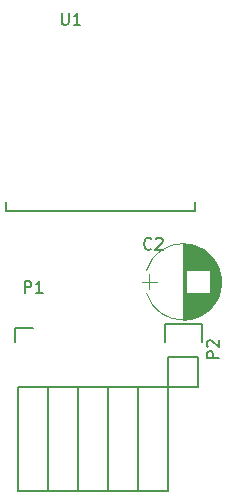
<source format=gbr>
G04 #@! TF.FileFunction,Legend,Top*
%FSLAX46Y46*%
G04 Gerber Fmt 4.6, Leading zero omitted, Abs format (unit mm)*
G04 Created by KiCad (PCBNEW 4.0.5) date 02/08/17 01:10:26*
%MOMM*%
%LPD*%
G01*
G04 APERTURE LIST*
%ADD10C,0.100000*%
%ADD11C,0.120000*%
%ADD12C,0.150000*%
%ADD13C,0.152400*%
G04 APERTURE END LIST*
D10*
D11*
X163088440Y-100620643D02*
G75*
G03X156911764Y-100620000I-3088440J-979357D01*
G01*
X163088440Y-102579357D02*
G75*
G02X156911764Y-102580000I-3088440J979357D01*
G01*
X163088440Y-102579357D02*
G75*
G03X163088236Y-100620000I-3088440J979357D01*
G01*
X160000000Y-98400000D02*
X160000000Y-104800000D01*
X160040000Y-98400000D02*
X160040000Y-104800000D01*
X160080000Y-98400000D02*
X160080000Y-104800000D01*
X160120000Y-98402000D02*
X160120000Y-104798000D01*
X160160000Y-98403000D02*
X160160000Y-104797000D01*
X160200000Y-98406000D02*
X160200000Y-104794000D01*
X160240000Y-98408000D02*
X160240000Y-104792000D01*
X160280000Y-98412000D02*
X160280000Y-100620000D01*
X160280000Y-102580000D02*
X160280000Y-104788000D01*
X160320000Y-98415000D02*
X160320000Y-100620000D01*
X160320000Y-102580000D02*
X160320000Y-104785000D01*
X160360000Y-98420000D02*
X160360000Y-100620000D01*
X160360000Y-102580000D02*
X160360000Y-104780000D01*
X160400000Y-98424000D02*
X160400000Y-100620000D01*
X160400000Y-102580000D02*
X160400000Y-104776000D01*
X160440000Y-98430000D02*
X160440000Y-100620000D01*
X160440000Y-102580000D02*
X160440000Y-104770000D01*
X160480000Y-98435000D02*
X160480000Y-100620000D01*
X160480000Y-102580000D02*
X160480000Y-104765000D01*
X160520000Y-98442000D02*
X160520000Y-100620000D01*
X160520000Y-102580000D02*
X160520000Y-104758000D01*
X160560000Y-98448000D02*
X160560000Y-100620000D01*
X160560000Y-102580000D02*
X160560000Y-104752000D01*
X160600000Y-98456000D02*
X160600000Y-100620000D01*
X160600000Y-102580000D02*
X160600000Y-104744000D01*
X160640000Y-98463000D02*
X160640000Y-100620000D01*
X160640000Y-102580000D02*
X160640000Y-104737000D01*
X160680000Y-98472000D02*
X160680000Y-100620000D01*
X160680000Y-102580000D02*
X160680000Y-104728000D01*
X160721000Y-98481000D02*
X160721000Y-100620000D01*
X160721000Y-102580000D02*
X160721000Y-104719000D01*
X160761000Y-98490000D02*
X160761000Y-100620000D01*
X160761000Y-102580000D02*
X160761000Y-104710000D01*
X160801000Y-98500000D02*
X160801000Y-100620000D01*
X160801000Y-102580000D02*
X160801000Y-104700000D01*
X160841000Y-98510000D02*
X160841000Y-100620000D01*
X160841000Y-102580000D02*
X160841000Y-104690000D01*
X160881000Y-98521000D02*
X160881000Y-100620000D01*
X160881000Y-102580000D02*
X160881000Y-104679000D01*
X160921000Y-98533000D02*
X160921000Y-100620000D01*
X160921000Y-102580000D02*
X160921000Y-104667000D01*
X160961000Y-98545000D02*
X160961000Y-100620000D01*
X160961000Y-102580000D02*
X160961000Y-104655000D01*
X161001000Y-98558000D02*
X161001000Y-100620000D01*
X161001000Y-102580000D02*
X161001000Y-104642000D01*
X161041000Y-98571000D02*
X161041000Y-100620000D01*
X161041000Y-102580000D02*
X161041000Y-104629000D01*
X161081000Y-98585000D02*
X161081000Y-100620000D01*
X161081000Y-102580000D02*
X161081000Y-104615000D01*
X161121000Y-98599000D02*
X161121000Y-100620000D01*
X161121000Y-102580000D02*
X161121000Y-104601000D01*
X161161000Y-98614000D02*
X161161000Y-100620000D01*
X161161000Y-102580000D02*
X161161000Y-104586000D01*
X161201000Y-98630000D02*
X161201000Y-100620000D01*
X161201000Y-102580000D02*
X161201000Y-104570000D01*
X161241000Y-98646000D02*
X161241000Y-100620000D01*
X161241000Y-102580000D02*
X161241000Y-104554000D01*
X161281000Y-98663000D02*
X161281000Y-100620000D01*
X161281000Y-102580000D02*
X161281000Y-104537000D01*
X161321000Y-98681000D02*
X161321000Y-100620000D01*
X161321000Y-102580000D02*
X161321000Y-104519000D01*
X161361000Y-98699000D02*
X161361000Y-100620000D01*
X161361000Y-102580000D02*
X161361000Y-104501000D01*
X161401000Y-98718000D02*
X161401000Y-100620000D01*
X161401000Y-102580000D02*
X161401000Y-104482000D01*
X161441000Y-98737000D02*
X161441000Y-100620000D01*
X161441000Y-102580000D02*
X161441000Y-104463000D01*
X161481000Y-98757000D02*
X161481000Y-100620000D01*
X161481000Y-102580000D02*
X161481000Y-104443000D01*
X161521000Y-98778000D02*
X161521000Y-100620000D01*
X161521000Y-102580000D02*
X161521000Y-104422000D01*
X161561000Y-98800000D02*
X161561000Y-100620000D01*
X161561000Y-102580000D02*
X161561000Y-104400000D01*
X161601000Y-98822000D02*
X161601000Y-100620000D01*
X161601000Y-102580000D02*
X161601000Y-104378000D01*
X161641000Y-98845000D02*
X161641000Y-100620000D01*
X161641000Y-102580000D02*
X161641000Y-104355000D01*
X161681000Y-98869000D02*
X161681000Y-100620000D01*
X161681000Y-102580000D02*
X161681000Y-104331000D01*
X161721000Y-98894000D02*
X161721000Y-100620000D01*
X161721000Y-102580000D02*
X161721000Y-104306000D01*
X161761000Y-98919000D02*
X161761000Y-100620000D01*
X161761000Y-102580000D02*
X161761000Y-104281000D01*
X161801000Y-98946000D02*
X161801000Y-100620000D01*
X161801000Y-102580000D02*
X161801000Y-104254000D01*
X161841000Y-98973000D02*
X161841000Y-100620000D01*
X161841000Y-102580000D02*
X161841000Y-104227000D01*
X161881000Y-99001000D02*
X161881000Y-100620000D01*
X161881000Y-102580000D02*
X161881000Y-104199000D01*
X161921000Y-99030000D02*
X161921000Y-100620000D01*
X161921000Y-102580000D02*
X161921000Y-104170000D01*
X161961000Y-99060000D02*
X161961000Y-100620000D01*
X161961000Y-102580000D02*
X161961000Y-104140000D01*
X162001000Y-99090000D02*
X162001000Y-100620000D01*
X162001000Y-102580000D02*
X162001000Y-104110000D01*
X162041000Y-99122000D02*
X162041000Y-100620000D01*
X162041000Y-102580000D02*
X162041000Y-104078000D01*
X162081000Y-99155000D02*
X162081000Y-100620000D01*
X162081000Y-102580000D02*
X162081000Y-104045000D01*
X162121000Y-99189000D02*
X162121000Y-100620000D01*
X162121000Y-102580000D02*
X162121000Y-104011000D01*
X162161000Y-99225000D02*
X162161000Y-100620000D01*
X162161000Y-102580000D02*
X162161000Y-103975000D01*
X162201000Y-99261000D02*
X162201000Y-100620000D01*
X162201000Y-102580000D02*
X162201000Y-103939000D01*
X162241000Y-99299000D02*
X162241000Y-103901000D01*
X162281000Y-99338000D02*
X162281000Y-103862000D01*
X162321000Y-99378000D02*
X162321000Y-103822000D01*
X162361000Y-99420000D02*
X162361000Y-103780000D01*
X162401000Y-99463000D02*
X162401000Y-103737000D01*
X162441000Y-99508000D02*
X162441000Y-103692000D01*
X162481000Y-99555000D02*
X162481000Y-103645000D01*
X162521000Y-99603000D02*
X162521000Y-103597000D01*
X162561000Y-99654000D02*
X162561000Y-103546000D01*
X162601000Y-99706000D02*
X162601000Y-103494000D01*
X162641000Y-99761000D02*
X162641000Y-103439000D01*
X162681000Y-99819000D02*
X162681000Y-103381000D01*
X162721000Y-99879000D02*
X162721000Y-103321000D01*
X162761000Y-99942000D02*
X162761000Y-103258000D01*
X162801000Y-100009000D02*
X162801000Y-103191000D01*
X162841000Y-100080000D02*
X162841000Y-103120000D01*
X162881000Y-100155000D02*
X162881000Y-103045000D01*
X162921000Y-100236000D02*
X162921000Y-102964000D01*
X162961000Y-100322000D02*
X162961000Y-102878000D01*
X163001000Y-100416000D02*
X163001000Y-102784000D01*
X163041000Y-100519000D02*
X163041000Y-102681000D01*
X163081000Y-100634000D02*
X163081000Y-102566000D01*
X163121000Y-100766000D02*
X163121000Y-102434000D01*
X163161000Y-100924000D02*
X163161000Y-102276000D01*
X163201000Y-101132000D02*
X163201000Y-102068000D01*
X156550000Y-101600000D02*
X157750000Y-101600000D01*
X157150000Y-100950000D02*
X157150000Y-102250000D01*
D12*
X158750000Y-110490000D02*
X158750000Y-119320000D01*
X156210000Y-110490000D02*
X158750000Y-110490000D01*
X156210000Y-119320000D02*
X158750000Y-119320000D01*
X158750000Y-119320000D02*
X158750000Y-110490000D01*
X156210000Y-119320000D02*
X156210000Y-110490000D01*
X153670000Y-119320000D02*
X156210000Y-119320000D01*
X153670000Y-110490000D02*
X156210000Y-110490000D01*
X156210000Y-110490000D02*
X156210000Y-119320000D01*
X153670000Y-110490000D02*
X153670000Y-119320000D01*
X151130000Y-110490000D02*
X153670000Y-110490000D01*
X151130000Y-119320000D02*
X153670000Y-119320000D01*
X153670000Y-119320000D02*
X153670000Y-110490000D01*
X151130000Y-119320000D02*
X151130000Y-110490000D01*
X148590000Y-119320000D02*
X151130000Y-119320000D01*
X148590000Y-110490000D02*
X151130000Y-110490000D01*
X151130000Y-110490000D02*
X151130000Y-119320000D01*
X148590000Y-110490000D02*
X148590000Y-119320000D01*
X146050000Y-110490000D02*
X148590000Y-110490000D01*
X147320000Y-105530000D02*
X145770000Y-105530000D01*
X145770000Y-105530000D02*
X145770000Y-106680000D01*
X146050000Y-110490000D02*
X146050000Y-119320000D01*
X146050000Y-119320000D02*
X148590000Y-119320000D01*
X148590000Y-119320000D02*
X148590000Y-110490000D01*
X158470000Y-105130000D02*
X158470000Y-106680000D01*
X158750000Y-110490000D02*
X158750000Y-107950000D01*
X158750000Y-107950000D02*
X161290000Y-107950000D01*
X161570000Y-106680000D02*
X161570000Y-105130000D01*
X161570000Y-105130000D02*
X158470000Y-105130000D01*
X161290000Y-107950000D02*
X161290000Y-110490000D01*
X161290000Y-110490000D02*
X158750000Y-110490000D01*
D13*
X145034000Y-94869000D02*
X145034000Y-95631000D01*
X145034000Y-95631000D02*
X161036000Y-95631000D01*
X161036000Y-95631000D02*
X161036000Y-94869000D01*
D12*
X157313334Y-98782143D02*
X157265715Y-98829762D01*
X157122858Y-98877381D01*
X157027620Y-98877381D01*
X156884762Y-98829762D01*
X156789524Y-98734524D01*
X156741905Y-98639286D01*
X156694286Y-98448810D01*
X156694286Y-98305952D01*
X156741905Y-98115476D01*
X156789524Y-98020238D01*
X156884762Y-97925000D01*
X157027620Y-97877381D01*
X157122858Y-97877381D01*
X157265715Y-97925000D01*
X157313334Y-97972619D01*
X157694286Y-97972619D02*
X157741905Y-97925000D01*
X157837143Y-97877381D01*
X158075239Y-97877381D01*
X158170477Y-97925000D01*
X158218096Y-97972619D01*
X158265715Y-98067857D01*
X158265715Y-98163095D01*
X158218096Y-98305952D01*
X157646667Y-98877381D01*
X158265715Y-98877381D01*
X146581905Y-102532381D02*
X146581905Y-101532381D01*
X146962858Y-101532381D01*
X147058096Y-101580000D01*
X147105715Y-101627619D01*
X147153334Y-101722857D01*
X147153334Y-101865714D01*
X147105715Y-101960952D01*
X147058096Y-102008571D01*
X146962858Y-102056190D01*
X146581905Y-102056190D01*
X148105715Y-102532381D02*
X147534286Y-102532381D01*
X147820000Y-102532381D02*
X147820000Y-101532381D01*
X147724762Y-101675238D01*
X147629524Y-101770476D01*
X147534286Y-101818095D01*
X163012381Y-108053095D02*
X162012381Y-108053095D01*
X162012381Y-107672142D01*
X162060000Y-107576904D01*
X162107619Y-107529285D01*
X162202857Y-107481666D01*
X162345714Y-107481666D01*
X162440952Y-107529285D01*
X162488571Y-107576904D01*
X162536190Y-107672142D01*
X162536190Y-108053095D01*
X162107619Y-107100714D02*
X162060000Y-107053095D01*
X162012381Y-106957857D01*
X162012381Y-106719761D01*
X162060000Y-106624523D01*
X162107619Y-106576904D01*
X162202857Y-106529285D01*
X162298095Y-106529285D01*
X162440952Y-106576904D01*
X163012381Y-107148333D01*
X163012381Y-106529285D01*
X149733095Y-78827381D02*
X149733095Y-79636905D01*
X149780714Y-79732143D01*
X149828333Y-79779762D01*
X149923571Y-79827381D01*
X150114048Y-79827381D01*
X150209286Y-79779762D01*
X150256905Y-79732143D01*
X150304524Y-79636905D01*
X150304524Y-78827381D01*
X151304524Y-79827381D02*
X150733095Y-79827381D01*
X151018809Y-79827381D02*
X151018809Y-78827381D01*
X150923571Y-78970238D01*
X150828333Y-79065476D01*
X150733095Y-79113095D01*
M02*

</source>
